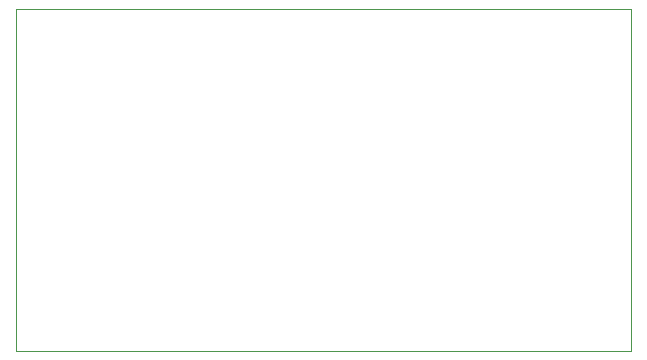
<source format=gbr>
%TF.GenerationSoftware,KiCad,Pcbnew,7.0.11+dfsg-1build4*%
%TF.CreationDate,2026-02-07T21:52:43-05:00*%
%TF.ProjectId,redllama,7265646c-6c61-46d6-912e-6b696361645f,rev?*%
%TF.SameCoordinates,Original*%
%TF.FileFunction,Profile,NP*%
%FSLAX46Y46*%
G04 Gerber Fmt 4.6, Leading zero omitted, Abs format (unit mm)*
G04 Created by KiCad (PCBNEW 7.0.11+dfsg-1build4) date 2026-02-07 21:52:43*
%MOMM*%
%LPD*%
G01*
G04 APERTURE LIST*
%TA.AperFunction,Profile*%
%ADD10C,0.100000*%
%TD*%
G04 APERTURE END LIST*
D10*
X99949000Y-100000000D02*
X152000000Y-100000000D01*
X152000000Y-128905000D02*
X99949000Y-128905000D01*
X99949000Y-100000000D02*
X99949000Y-128905000D01*
X152000000Y-128905000D02*
X152000000Y-100000000D01*
M02*

</source>
